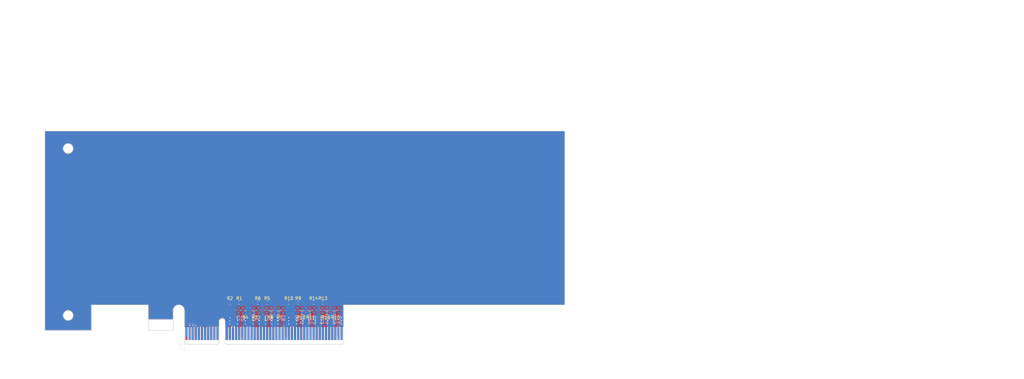
<source format=kicad_pcb>
(kicad_pcb (version 20171130) (host pcbnew 5.1.3-ffb9f22~84~ubuntu16.04.1)
  (title_block (title PCIexpress_x16_full) (company "Author: Luca Anastasio"))
  (layers (0 F.Cu power) (1 In1.Cu power) (2 In2.Cu power) (31 B.Cu power) (34 B.Paste user) (35 F.Paste user) (36 B.SilkS user) (37 F.SilkS user) (38 B.Mask user) (39 F.Mask user) (44 Edge.Cuts user))
  (net 0 "")
  (net 1 GND)
  (net 2 "Net-(J2-PadA33)")
  (net 3 "Net-(J2-PadA32)")
  (net 4 "Net-(J2-PadA19)")
  (net 5 +12V)
  (net 6 +3V3)
  (net 7 +3.3VA)
  (net 8 "Net-(J2-PadB12)")
  (net 9 "Net-(J2-PadB30)")
  (net 10 /PER0_P)
  (net 11 /PER0_N)
  (net 12 /PER1_P)
  (net 13 /PER1_N)
  (net 14 /PER2_P)
  (net 15 /PER2_N)
  (net 16 /PER3_P)
  (net 17 /PER3_N)
  (net 18 /PER4_P)
  (net 19 /PER4_N)
  (net 20 /PER5_P)
  (net 21 /PER5_N)
  (net 22 /PER6_P)
  (net 23 /PER6_N)
  (net 24 /PER7_P)
  (net 25 /PER7_N)
  (net 26 /~PRSNT2x8)
  (net 27 /PET7_N)
  (net 28 /PET7_P)
  (net 29 /PET6_N)
  (net 30 /PET6_P)
  (net 31 /PET5_N)
  (net 32 /PET5_P)
  (net 33 /PET4_N)
  (net 34 /PET4_P)
  (net 35 /~PRSNT2x4)
  (net 36 /PET3_N)
  (net 37 /PET3_P)
  (net 38 /PET2_N)
  (net 39 /PET2_P)
  (net 40 /PET1_N)
  (net 41 /PET1_P)
  (net 42 /SMCLK)
  (net 43 /SMDAT)
  (net 44 /~TRST)
  (net 45 /~WAKE)
  (net 46 /PET0_P)
  (net 47 /PET0_N)
  (net 48 /~PRSNT2x1)
  (net 49 /~PRSNT1)
  (net 50 /TCK)
  (net 51 /TDI)
  (net 52 /TDO)
  (net 53 /TMS)
  (net 54 /~PERST)
  (net 55 /REFCLK-)
  (net 56 /REFCLK+)
  (net 57 /PCIexpress_connector/_PER0_P)
  (net 58 /PCIexpress_connector/_PER0_N)
  (net 59 /PCIexpress_connector/_PER1_P)
  (net 60 /PCIexpress_connector/_PER1_N)
  (net 61 /PCIexpress_connector/_PER2_P)
  (net 62 /PCIexpress_connector/_PER2_N)
  (net 63 /PCIexpress_connector/_PER3_P)
  (net 64 /PCIexpress_connector/_PER3_N)
  (net 65 /PCIexpress_connector/_PER4_P)
  (net 66 /PCIexpress_connector/_PER4_N)
  (net 67 /PCIexpress_connector/_PER5_P)
  (net 68 /PCIexpress_connector/_PER5_N)
  (net 69 /PCIexpress_connector/_PER6_P)
  (net 70 /PCIexpress_connector/_PER6_N)
  (net 71 /PCIexpress_connector/_PER7_P)
  (net 72 /PCIexpress_connector/_PER7_N)
  (module PCIexpress:PCIexpress_x8 (layer F.Cu) (at 109.625 194.125)
    (fp_text reference J2 hide)
    (fp_text value PCIexpress_x8)
    (pad B49 connect rect (at 50.5 -3.5) (size 0.7 4.2) (layers F.Cu) (net 1 GND))
    (pad B48 connect rect (at 49.5 -4) (size 0.7 3.2) (layers F.Cu) (net 26 /~PRSNT2x8))
    (pad B47 connect rect (at 48.5 -3.5) (size 0.7 4.2) (layers F.Cu) (net 1 GND))
    (pad B46 connect rect (at 47.5 -3.5) (size 0.7 4.2) (layers F.Cu) (net 27 /PET7_N))
    (pad B45 connect rect (at 46.5 -3.5) (size 0.7 4.2) (layers F.Cu) (net 28 /PET7_P))
    (pad B44 connect rect (at 45.5 -3.5) (size 0.7 4.2) (layers F.Cu) (net 1 GND))
    (pad B43 connect rect (at 44.5 -3.5) (size 0.7 4.2) (layers F.Cu) (net 1 GND))
    (pad B42 connect rect (at 43.5 -3.5) (size 0.7 4.2) (layers F.Cu) (net 29 /PET6_N))
    (pad B41 connect rect (at 42.5 -3.5) (size 0.7 4.2) (layers F.Cu) (net 30 /PET6_P))
    (pad B40 connect rect (at 41.5 -3.5) (size 0.7 4.2) (layers F.Cu) (net 1 GND))
    (pad B39 connect rect (at 40.5 -3.5) (size 0.7 4.2) (layers F.Cu) (net 1 GND))
    (pad B38 connect rect (at 39.5 -3.5) (size 0.7 4.2) (layers F.Cu) (net 31 /PET5_N))
    (pad B37 connect rect (at 38.5 -3.5) (size 0.7 4.2) (layers F.Cu) (net 32 /PET5_P))
    (pad B36 connect rect (at 37.5 -3.5) (size 0.7 4.2) (layers F.Cu) (net 1 GND))
    (pad B35 connect rect (at 36.5 -3.5) (size 0.7 4.2) (layers F.Cu) (net 1 GND))
    (pad B34 connect rect (at 35.5 -3.5) (size 0.7 4.2) (layers F.Cu) (net 33 /PET4_N))
    (pad B33 connect rect (at 34.5 -3.5) (size 0.7 4.2) (layers F.Cu) (net 34 /PET4_P))
    (pad A49 connect rect (at 50.5 -3.5) (size 0.7 4.2) (layers B.Cu) (net 1 GND))
    (pad A48 connect rect (at 49.5 -3.5) (size 0.7 4.2) (layers B.Cu) (net 72 /PCIexpress_connector/_PER7_N))
    (pad A47 connect rect (at 48.5 -3.5) (size 0.7 4.2) (layers B.Cu) (net 71 /PCIexpress_connector/_PER7_P))
    (pad A46 connect rect (at 47.5 -3.5) (size 0.7 4.2) (layers B.Cu) (net 1 GND))
    (pad A45 connect rect (at 46.5 -3.5) (size 0.7 4.2) (layers B.Cu) (net 1 GND))
    (pad A44 connect rect (at 45.5 -3.5) (size 0.7 4.2) (layers B.Cu) (net 70 /PCIexpress_connector/_PER6_N))
    (pad A43 connect rect (at 44.5 -3.5) (size 0.7 4.2) (layers B.Cu) (net 69 /PCIexpress_connector/_PER6_P))
    (pad A42 connect rect (at 43.5 -3.5) (size 0.7 4.2) (layers B.Cu) (net 1 GND))
    (pad A41 connect rect (at 42.5 -3.5) (size 0.7 4.2) (layers B.Cu) (net 1 GND))
    (pad A40 connect rect (at 41.5 -3.5) (size 0.7 4.2) (layers B.Cu) (net 68 /PCIexpress_connector/_PER5_N))
    (pad A39 connect rect (at 40.5 -3.5) (size 0.7 4.2) (layers B.Cu) (net 67 /PCIexpress_connector/_PER5_P))
    (pad A38 connect rect (at 39.5 -3.5) (size 0.7 4.2) (layers B.Cu) (net 1 GND))
    (pad A37 connect rect (at 38.5 -3.5) (size 0.7 4.2) (layers B.Cu) (net 1 GND))
    (pad A36 connect rect (at 37.5 -3.5) (size 0.7 4.2) (layers B.Cu) (net 66 /PCIexpress_connector/_PER4_N))
    (pad A35 connect rect (at 36.5 -3.5) (size 0.7 4.2) (layers B.Cu) (net 65 /PCIexpress_connector/_PER4_P))
    (pad A34 connect rect (at 35.5 -3.5) (size 0.7 4.2) (layers B.Cu) (net 1 GND))
    (pad A33 connect rect (at 34.5 -3.5) (size 0.7 4.2) (layers B.Cu) (net 2 "Net-(J2-PadA33)"))
    (pad A32 connect rect (at 33.5 -3.5) (size 0.7 4.2) (layers B.Cu) (net 3 "Net-(J2-PadA32)"))
    (pad A31 connect rect (at 32.5 -3.5) (size 0.7 4.2) (layers B.Cu) (net 1 GND))
    (pad A30 connect rect (at 31.5 -3.5) (size 0.7 4.2) (layers B.Cu) (net 64 /PCIexpress_connector/_PER3_N))
    (pad A29 connect rect (at 30.5 -3.5) (size 0.7 4.2) (layers B.Cu) (net 63 /PCIexpress_connector/_PER3_P))
    (pad A28 connect rect (at 29.5 -3.5) (size 0.7 4.2) (layers B.Cu) (net 1 GND))
    (pad A27 connect rect (at 28.5 -3.5) (size 0.7 4.2) (layers B.Cu) (net 1 GND))
    (pad A26 connect rect (at 27.5 -3.5) (size 0.7 4.2) (layers B.Cu) (net 62 /PCIexpress_connector/_PER2_N))
    (pad A25 connect rect (at 26.5 -3.5) (size 0.7 4.2) (layers B.Cu) (net 61 /PCIexpress_connector/_PER2_P))
    (pad A24 connect rect (at 25.5 -3.5) (size 0.7 4.2) (layers B.Cu) (net 1 GND))
    (pad A23 connect rect (at 24.5 -3.5) (size 0.7 4.2) (layers B.Cu) (net 1 GND))
    (pad A22 connect rect (at 23.5 -3.5) (size 0.7 4.2) (layers B.Cu) (net 60 /PCIexpress_connector/_PER1_N))
    (pad A21 connect rect (at 22.5 -3.5) (size 0.7 4.2) (layers B.Cu) (net 59 /PCIexpress_connector/_PER1_P))
    (pad A20 connect rect (at 21.5 -3.5) (size 0.7 4.2) (layers B.Cu) (net 1 GND))
    (pad B32 connect rect (at 33.5 -3.5) (size 0.7 4.2) (layers F.Cu) (net 1 GND))
    (pad B31 connect rect (at 32.5 -4) (size 0.7 3.2) (layers F.Cu) (net 35 /~PRSNT2x4))
    (pad B30 connect rect (at 31.5 -3.5) (size 0.7 4.2) (layers F.Cu) (net 9 "Net-(J2-PadB30)"))
    (pad B29 connect rect (at 30.5 -3.5) (size 0.7 4.2) (layers F.Cu) (net 1 GND))
    (pad B28 connect rect (at 29.5 -3.5) (size 0.7 4.2) (layers F.Cu) (net 36 /PET3_N))
    (pad B27 connect rect (at 28.5 -3.5) (size 0.7 4.2) (layers F.Cu) (net 37 /PET3_P))
    (pad B26 connect rect (at 27.5 -3.5) (size 0.7 4.2) (layers F.Cu) (net 1 GND))
    (pad B25 connect rect (at 26.5 -3.5) (size 0.7 4.2) (layers F.Cu) (net 1 GND))
    (pad B24 connect rect (at 25.5 -3.5) (size 0.7 4.2) (layers F.Cu) (net 38 /PET2_N))
    (pad B23 connect rect (at 24.5 -3.5) (size 0.7 4.2) (layers F.Cu) (net 39 /PET2_P))
    (pad B22 connect rect (at 23.5 -3.5) (size 0.7 4.2) (layers F.Cu) (net 1 GND))
    (pad B21 connect rect (at 22.5 -3.5) (size 0.7 4.2) (layers F.Cu) (net 1 GND))
    (pad B20 connect rect (at 21.5 -3.5) (size 0.7 4.2) (layers F.Cu) (net 40 /PET1_N))
    (pad A19 connect rect (at 20.5 -3.5) (size 0.7 4.2) (layers B.Cu) (net 4 "Net-(J2-PadA19)"))
    (pad B19 connect rect (at 20.5 -3.5) (size 0.7 4.2) (layers F.Cu) (net 41 /PET1_P))
    (pad B1 connect rect (at 0.5 -3.5) (size 0.7 4.2) (layers F.Cu) (net 5 +12V))
    (pad B2 connect rect (at 1.5 -3.5) (size 0.7 4.2) (layers F.Cu) (net 5 +12V))
    (pad B3 connect rect (at 2.5 -3.5) (size 0.7 4.2) (layers F.Cu) (net 5 +12V))
    (pad B4 connect rect (at 3.5 -3.5) (size 0.7 4.2) (layers F.Cu) (net 1 GND))
    (pad B5 connect rect (at 4.5 -3.5) (size 0.7 4.2) (layers F.Cu) (net 42 /SMCLK))
    (pad B6 connect rect (at 5.5 -3.5) (size 0.7 4.2) (layers F.Cu) (net 43 /SMDAT))
    (pad B7 connect rect (at 6.5 -3.5) (size 0.7 4.2) (layers F.Cu) (net 1 GND))
    (pad B8 connect rect (at 7.5 -3.5) (size 0.7 4.2) (layers F.Cu) (net 6 +3V3))
    (pad B9 connect rect (at 8.5 -3.5) (size 0.7 4.2) (layers F.Cu) (net 44 /~TRST))
    (pad B10 connect rect (at 9.5 -3.5) (size 0.7 4.2) (layers F.Cu) (net 7 +3.3VA))
    (pad B11 connect rect (at 10.5 -3.5) (size 0.7 4.2) (layers F.Cu) (net 45 /~WAKE))
    (pad B14 connect rect (at 15.5 -3.5) (size 0.7 4.2) (layers F.Cu) (net 46 /PET0_P))
    (pad B15 connect rect (at 16.5 -3.5) (size 0.7 4.2) (layers F.Cu) (net 47 /PET0_N))
    (pad B16 connect rect (at 17.5 -3.5) (size 0.7 4.2) (layers F.Cu) (net 1 GND))
    (pad B17 connect rect (at 18.5 -4) (size 0.7 3.2) (layers F.Cu) (net 48 /~PRSNT2x1))
    (pad B18 connect rect (at 19.5 -3.5) (size 0.7 4.2) (layers F.Cu) (net 1 GND))
    (pad B12 connect rect (at 13.5 -3.5) (size 0.7 4.2) (layers F.Cu) (net 8 "Net-(J2-PadB12)"))
    (pad B13 connect rect (at 14.5 -3.5) (size 0.7 4.2) (layers F.Cu) (net 1 GND))
    (pad A1 connect rect (at 0.5 -4) (size 0.7 3.2) (layers B.Cu) (net 49 /~PRSNT1))
    (pad A2 connect rect (at 1.5 -3.5) (size 0.7 4.2) (layers B.Cu) (net 5 +12V))
    (pad A3 connect rect (at 2.5 -3.5) (size 0.7 4.2) (layers B.Cu) (net 5 +12V))
    (pad A4 connect rect (at 3.5 -3.5) (size 0.7 4.2) (layers B.Cu) (net 1 GND))
    (pad A5 connect rect (at 4.5 -3.5) (size 0.7 4.2) (layers B.Cu) (net 50 /TCK))
    (pad A6 connect rect (at 5.5 -3.5) (size 0.7 4.2) (layers B.Cu) (net 51 /TDI))
    (pad A7 connect rect (at 6.5 -3.5) (size 0.7 4.2) (layers B.Cu) (net 52 /TDO))
    (pad A8 connect rect (at 7.5 -3.5) (size 0.7 4.2) (layers B.Cu) (net 53 /TMS))
    (pad A9 connect rect (at 8.5 -3.5) (size 0.7 4.2) (layers B.Cu) (net 6 +3V3))
    (pad A10 connect rect (at 9.5 -3.5) (size 0.7 4.2) (layers B.Cu) (net 6 +3V3))
    (pad A11 connect rect (at 10.5 -3.5) (size 0.7 4.2) (layers B.Cu) (net 54 /~PERST))
    (pad A14 connect rect (at 15.5 -3.5) (size 0.7 4.2) (layers B.Cu) (net 55 /REFCLK-))
    (pad A15 connect rect (at 16.5 -3.5) (size 0.7 4.2) (layers B.Cu) (net 1 GND))
    (pad A16 connect rect (at 17.5 -3.5) (size 0.7 4.2) (layers B.Cu) (net 57 /PCIexpress_connector/_PER0_P))
    (pad A17 connect rect (at 18.5 -3.5) (size 0.7 4.2) (layers B.Cu) (net 58 /PCIexpress_connector/_PER0_N))
    (pad A18 connect rect (at 19.5 -3.5) (size 0.7 4.2) (layers B.Cu) (net 1 GND))
    (pad A12 connect rect (at 13.5 -3.5) (size 0.7 4.2) (layers B.Cu) (net 1 GND))
    (pad A13 connect rect (at 14.5 -3.5) (size 0.7 4.2) (layers B.Cu) (net 56 /REFCLK+))
  )
  (module PCIexpress:PCIexpress_bracket_low (layer F.Cu) (at 109.625 194.125)
    (fp_text reference J1 hide)
    (fp_text value PCIexpress_bracket)
  )
  (module Resistor_SMD:R_0603_1608Metric (layer F.Cu) (at 155.125 183.875 180)
    (fp_text reference R16 (at 0 -1.5) (layer F.SilkS))
    (fp_text value 49.9)
    (fp_line (start -0.162779 0.51) (end 0.162779 0.51) (layer F.SilkS) (width 0.12))
    (fp_line (start -0.162779 -0.51) (end 0.162779 -0.51) (layer F.SilkS) (width 0.12))
    (pad 2 smd roundrect (at 0.7875 0 180) (size 0.875 0.95) (layers F.Cu F.Paste F.Mask) (net 1 GND))
    (pad 1 smd roundrect (at -0.7875 0 180) (size 0.875 0.95) (layers F.Cu F.Paste F.Mask) (net 28 /PET7_P))
  )
  (module Resistor_SMD:R_0603_1608Metric (layer F.Cu) (at 158.125 183.875)
    (fp_text reference R15 (at 0 1.5) (layer F.SilkS))
    (fp_text value 49.9)
    (fp_line (start -0.162779 0.51) (end 0.162779 0.51) (layer F.SilkS) (width 0.12))
    (fp_line (start -0.162779 -0.51) (end 0.162779 -0.51) (layer F.SilkS) (width 0.12))
    (pad 2 smd roundrect (at 0.7875 0) (size 0.875 0.95) (layers F.Cu F.Paste F.Mask) (net 1 GND))
    (pad 1 smd roundrect (at -0.7875 0) (size 0.875 0.95) (layers F.Cu F.Paste F.Mask) (net 27 /PET7_N))
  )
  (module Resistor_SMD:R_0603_1608Metric (layer F.Cu) (at 151.125 180.625 180)
    (fp_text reference R14 (at 0 1.375) (layer F.SilkS))
    (fp_text value 49.9)
    (fp_line (start -0.162779 0.51) (end 0.162779 0.51) (layer F.SilkS) (width 0.12))
    (fp_line (start -0.162779 -0.51) (end 0.162779 -0.51) (layer F.SilkS) (width 0.12))
    (pad 2 smd roundrect (at 0.7875 0 180) (size 0.875 0.95) (layers F.Cu F.Paste F.Mask) (net 1 GND))
    (pad 1 smd roundrect (at -0.7875 0 180) (size 0.875 0.95) (layers F.Cu F.Paste F.Mask) (net 30 /PET6_P))
  )
  (module Resistor_SMD:R_0603_1608Metric (layer F.Cu) (at 154.125 180.625)
    (fp_text reference R13 (at 0 -1.375) (layer F.SilkS))
    (fp_text value 49.9)
    (fp_line (start -0.162779 0.51) (end 0.162779 0.51) (layer F.SilkS) (width 0.12))
    (fp_line (start -0.162779 -0.51) (end 0.162779 -0.51) (layer F.SilkS) (width 0.12))
    (pad 2 smd roundrect (at 0.7875 0) (size 0.875 0.95) (layers F.Cu F.Paste F.Mask) (net 1 GND))
    (pad 1 smd roundrect (at -0.7875 0) (size 0.875 0.95) (layers F.Cu F.Paste F.Mask) (net 29 /PET6_N))
  )
  (module Resistor_SMD:R_0603_1608Metric (layer F.Cu) (at 147.125 183.875 180)
    (fp_text reference R12 (at 0 -1.5) (layer F.SilkS))
    (fp_text value 49.9)
    (fp_line (start -0.162779 0.51) (end 0.162779 0.51) (layer F.SilkS) (width 0.12))
    (fp_line (start -0.162779 -0.51) (end 0.162779 -0.51) (layer F.SilkS) (width 0.12))
    (pad 2 smd roundrect (at 0.7875 0 180) (size 0.875 0.95) (layers F.Cu F.Paste F.Mask) (net 1 GND))
    (pad 1 smd roundrect (at -0.7875 0 180) (size 0.875 0.95) (layers F.Cu F.Paste F.Mask) (net 32 /PET5_P))
  )
  (module Resistor_SMD:R_0603_1608Metric (layer F.Cu) (at 150.125 183.875)
    (fp_text reference R11 (at 0 1.5) (layer F.SilkS))
    (fp_text value 49.9)
    (fp_line (start -0.162779 0.51) (end 0.162779 0.51) (layer F.SilkS) (width 0.12))
    (fp_line (start -0.162779 -0.51) (end 0.162779 -0.51) (layer F.SilkS) (width 0.12))
    (pad 2 smd roundrect (at 0.7875 0) (size 0.875 0.95) (layers F.Cu F.Paste F.Mask) (net 1 GND))
    (pad 1 smd roundrect (at -0.7875 0) (size 0.875 0.95) (layers F.Cu F.Paste F.Mask) (net 31 /PET5_N))
  )
  (module Resistor_SMD:R_0603_1608Metric (layer F.Cu) (at 143.125 180.625 180)
    (fp_text reference R10 (at 0 1.375) (layer F.SilkS))
    (fp_text value 49.9)
    (fp_line (start -0.162779 0.51) (end 0.162779 0.51) (layer F.SilkS) (width 0.12))
    (fp_line (start -0.162779 -0.51) (end 0.162779 -0.51) (layer F.SilkS) (width 0.12))
    (pad 2 smd roundrect (at 0.7875 0 180) (size 0.875 0.95) (layers F.Cu F.Paste F.Mask) (net 1 GND))
    (pad 1 smd roundrect (at -0.7875 0 180) (size 0.875 0.95) (layers F.Cu F.Paste F.Mask) (net 34 /PET4_P))
  )
  (module Resistor_SMD:R_0603_1608Metric (layer F.Cu) (at 146.125 180.625)
    (fp_text reference R9 (at 0 -1.375) (layer F.SilkS))
    (fp_text value 49.9)
    (fp_line (start -0.162779 0.51) (end 0.162779 0.51) (layer F.SilkS) (width 0.12))
    (fp_line (start -0.162779 -0.51) (end 0.162779 -0.51) (layer F.SilkS) (width 0.12))
    (pad 2 smd roundrect (at 0.7875 0) (size 0.875 0.95) (layers F.Cu F.Paste F.Mask) (net 1 GND))
    (pad 1 smd roundrect (at -0.7875 0) (size 0.875 0.95) (layers F.Cu F.Paste F.Mask) (net 33 /PET4_N))
  )
  (module Resistor_SMD:R_0603_1608Metric (layer F.Cu) (at 137.125 183.875 180)
    (fp_text reference R8 (at 0 -1.5) (layer F.SilkS))
    (fp_text value 49.9)
    (fp_line (start -0.162779 0.51) (end 0.162779 0.51) (layer F.SilkS) (width 0.12))
    (fp_line (start -0.162779 -0.51) (end 0.162779 -0.51) (layer F.SilkS) (width 0.12))
    (pad 2 smd roundrect (at 0.7875 0 180) (size 0.875 0.95) (layers F.Cu F.Paste F.Mask) (net 1 GND))
    (pad 1 smd roundrect (at -0.7875 0 180) (size 0.875 0.95) (layers F.Cu F.Paste F.Mask) (net 37 /PET3_P))
  )
  (module Resistor_SMD:R_0603_1608Metric (layer F.Cu) (at 140.125 183.875)
    (fp_text reference R7 (at 0 1.5) (layer F.SilkS))
    (fp_text value 49.9)
    (fp_line (start -0.162779 0.51) (end 0.162779 0.51) (layer F.SilkS) (width 0.12))
    (fp_line (start -0.162779 -0.51) (end 0.162779 -0.51) (layer F.SilkS) (width 0.12))
    (pad 2 smd roundrect (at 0.7875 0) (size 0.875 0.95) (layers F.Cu F.Paste F.Mask) (net 1 GND))
    (pad 1 smd roundrect (at -0.7875 0) (size 0.875 0.95) (layers F.Cu F.Paste F.Mask) (net 36 /PET3_N))
  )
  (module Resistor_SMD:R_0603_1608Metric (layer F.Cu) (at 133.125 180.625 180)
    (fp_text reference R6 (at 0 1.375) (layer F.SilkS))
    (fp_text value 49.9)
    (fp_line (start -0.162779 0.51) (end 0.162779 0.51) (layer F.SilkS) (width 0.12))
    (fp_line (start -0.162779 -0.51) (end 0.162779 -0.51) (layer F.SilkS) (width 0.12))
    (pad 2 smd roundrect (at 0.7875 0 180) (size 0.875 0.95) (layers F.Cu F.Paste F.Mask) (net 1 GND))
    (pad 1 smd roundrect (at -0.7875 0 180) (size 0.875 0.95) (layers F.Cu F.Paste F.Mask) (net 39 /PET2_P))
  )
  (module Resistor_SMD:R_0603_1608Metric (layer F.Cu) (at 136.125 180.625)
    (fp_text reference R5 (at 0 -1.375) (layer F.SilkS))
    (fp_text value 49.9)
    (fp_line (start -0.162779 0.51) (end 0.162779 0.51) (layer F.SilkS) (width 0.12))
    (fp_line (start -0.162779 -0.51) (end 0.162779 -0.51) (layer F.SilkS) (width 0.12))
    (pad 2 smd roundrect (at 0.7875 0) (size 0.875 0.95) (layers F.Cu F.Paste F.Mask) (net 1 GND))
    (pad 1 smd roundrect (at -0.7875 0) (size 0.875 0.95) (layers F.Cu F.Paste F.Mask) (net 38 /PET2_N))
  )
  (module Resistor_SMD:R_0603_1608Metric (layer F.Cu) (at 129.125 183.875 180)
    (fp_text reference R4 (at 0 -1.5) (layer F.SilkS))
    (fp_text value 49.9)
    (fp_line (start -0.162779 0.51) (end 0.162779 0.51) (layer F.SilkS) (width 0.12))
    (fp_line (start -0.162779 -0.51) (end 0.162779 -0.51) (layer F.SilkS) (width 0.12))
    (pad 2 smd roundrect (at 0.7875 0 180) (size 0.875 0.95) (layers F.Cu F.Paste F.Mask) (net 1 GND))
    (pad 1 smd roundrect (at -0.7875 0 180) (size 0.875 0.95) (layers F.Cu F.Paste F.Mask) (net 41 /PET1_P))
  )
  (module Resistor_SMD:R_0603_1608Metric (layer F.Cu) (at 132.125 183.875)
    (fp_text reference R3 (at 0 1.5) (layer F.SilkS))
    (fp_text value 49.9)
    (fp_line (start -0.162779 0.51) (end 0.162779 0.51) (layer F.SilkS) (width 0.12))
    (fp_line (start -0.162779 -0.51) (end 0.162779 -0.51) (layer F.SilkS) (width 0.12))
    (pad 2 smd roundrect (at 0.7875 0) (size 0.875 0.95) (layers F.Cu F.Paste F.Mask) (net 1 GND))
    (pad 1 smd roundrect (at -0.7875 0) (size 0.875 0.95) (layers F.Cu F.Paste F.Mask) (net 40 /PET1_N))
  )
  (module Capacitor_SMD:C_0603_1608Metric (layer B.Cu) (at 159.375 183.125 90)
    (fp_text reference C16 (at -3 0 90) (layer B.SilkS) (effects (justify mirror)))
    (fp_text value 100n)
    (fp_line (start -0.162779 -0.51) (end 0.162779 -0.51) (layer B.SilkS) (width 0.12))
    (fp_line (start -0.162779 0.51) (end 0.162779 0.51) (layer B.SilkS) (width 0.12))
    (pad 2 smd roundrect (at 0.7875 0 90) (size 0.875 0.95) (layers B.Cu B.Paste B.Mask) (net 25 /PER7_N))
    (pad 1 smd roundrect (at -0.7875 0 90) (size 0.875 0.95) (layers B.Cu B.Paste B.Mask) (net 72 /PCIexpress_connector/_PER7_N))
  )
  (module Capacitor_SMD:C_0603_1608Metric (layer B.Cu) (at 157.875 183.125 270)
    (fp_text reference C15 (at 3 0 90) (layer B.SilkS) (effects (justify mirror)))
    (fp_text value 100n)
    (fp_line (start -0.162779 -0.51) (end 0.162779 -0.51) (layer B.SilkS) (width 0.12))
    (fp_line (start -0.162779 0.51) (end 0.162779 0.51) (layer B.SilkS) (width 0.12))
    (pad 2 smd roundrect (at 0.7875 0 270) (size 0.875 0.95) (layers B.Cu B.Paste B.Mask) (net 71 /PCIexpress_connector/_PER7_P))
    (pad 1 smd roundrect (at -0.7875 0 270) (size 0.875 0.95) (layers B.Cu B.Paste B.Mask) (net 24 /PER7_P))
  )
  (module Capacitor_SMD:C_0603_1608Metric (layer B.Cu) (at 155.375 183.125 90)
    (fp_text reference C14 (at -3 0 90) (layer B.SilkS) (effects (justify mirror)))
    (fp_text value 100n)
    (fp_line (start -0.162779 -0.51) (end 0.162779 -0.51) (layer B.SilkS) (width 0.12))
    (fp_line (start -0.162779 0.51) (end 0.162779 0.51) (layer B.SilkS) (width 0.12))
    (pad 2 smd roundrect (at 0.7875 0 90) (size 0.875 0.95) (layers B.Cu B.Paste B.Mask) (net 23 /PER6_N))
    (pad 1 smd roundrect (at -0.7875 0 90) (size 0.875 0.95) (layers B.Cu B.Paste B.Mask) (net 70 /PCIexpress_connector/_PER6_N))
  )
  (module Capacitor_SMD:C_0603_1608Metric (layer B.Cu) (at 153.875 183.125 270)
    (fp_text reference C13 (at 3 0 90) (layer B.SilkS) (effects (justify mirror)))
    (fp_text value 100n)
    (fp_line (start -0.162779 -0.51) (end 0.162779 -0.51) (layer B.SilkS) (width 0.12))
    (fp_line (start -0.162779 0.51) (end 0.162779 0.51) (layer B.SilkS) (width 0.12))
    (pad 2 smd roundrect (at 0.7875 0 270) (size 0.875 0.95) (layers B.Cu B.Paste B.Mask) (net 69 /PCIexpress_connector/_PER6_P))
    (pad 1 smd roundrect (at -0.7875 0 270) (size 0.875 0.95) (layers B.Cu B.Paste B.Mask) (net 22 /PER6_P))
  )
  (module Capacitor_SMD:C_0603_1608Metric (layer B.Cu) (at 151.375 183.125 90)
    (fp_text reference C12 (at -3 0 90) (layer B.SilkS) (effects (justify mirror)))
    (fp_text value 100n)
    (fp_line (start -0.162779 -0.51) (end 0.162779 -0.51) (layer B.SilkS) (width 0.12))
    (fp_line (start -0.162779 0.51) (end 0.162779 0.51) (layer B.SilkS) (width 0.12))
    (pad 2 smd roundrect (at 0.7875 0 90) (size 0.875 0.95) (layers B.Cu B.Paste B.Mask) (net 21 /PER5_N))
    (pad 1 smd roundrect (at -0.7875 0 90) (size 0.875 0.95) (layers B.Cu B.Paste B.Mask) (net 68 /PCIexpress_connector/_PER5_N))
  )
  (module Capacitor_SMD:C_0603_1608Metric (layer B.Cu) (at 149.875 183.125 270)
    (fp_text reference C11 (at 3 0 90) (layer B.SilkS) (effects (justify mirror)))
    (fp_text value 100n)
    (fp_line (start -0.162779 -0.51) (end 0.162779 -0.51) (layer B.SilkS) (width 0.12))
    (fp_line (start -0.162779 0.51) (end 0.162779 0.51) (layer B.SilkS) (width 0.12))
    (pad 2 smd roundrect (at 0.7875 0 270) (size 0.875 0.95) (layers B.Cu B.Paste B.Mask) (net 67 /PCIexpress_connector/_PER5_P))
    (pad 1 smd roundrect (at -0.7875 0 270) (size 0.875 0.95) (layers B.Cu B.Paste B.Mask) (net 20 /PER5_P))
  )
  (module Capacitor_SMD:C_0603_1608Metric (layer B.Cu) (at 147.375 183.125 90)
    (fp_text reference C10 (at -3 0 90) (layer B.SilkS) (effects (justify mirror)))
    (fp_text value 100n)
    (fp_line (start -0.162779 -0.51) (end 0.162779 -0.51) (layer B.SilkS) (width 0.12))
    (fp_line (start -0.162779 0.51) (end 0.162779 0.51) (layer B.SilkS) (width 0.12))
    (pad 2 smd roundrect (at 0.7875 0 90) (size 0.875 0.95) (layers B.Cu B.Paste B.Mask) (net 19 /PER4_N))
    (pad 1 smd roundrect (at -0.7875 0 90) (size 0.875 0.95) (layers B.Cu B.Paste B.Mask) (net 66 /PCIexpress_connector/_PER4_N))
  )
  (module Capacitor_SMD:C_0603_1608Metric (layer B.Cu) (at 145.875 183.125 270)
    (fp_text reference C9 (at 2.5 0 90) (layer B.SilkS) (effects (justify mirror)))
    (fp_text value 100n)
    (fp_line (start -0.162779 -0.51) (end 0.162779 -0.51) (layer B.SilkS) (width 0.12))
    (fp_line (start -0.162779 0.51) (end 0.162779 0.51) (layer B.SilkS) (width 0.12))
    (pad 2 smd roundrect (at 0.7875 0 270) (size 0.875 0.95) (layers B.Cu B.Paste B.Mask) (net 65 /PCIexpress_connector/_PER4_P))
    (pad 1 smd roundrect (at -0.7875 0 270) (size 0.875 0.95) (layers B.Cu B.Paste B.Mask) (net 18 /PER4_P))
  )
  (module Capacitor_SMD:C_0603_1608Metric (layer B.Cu) (at 141.375 183.125 90)
    (fp_text reference C8 (at -2.5 0 90) (layer B.SilkS) (effects (justify mirror)))
    (fp_text value 100n)
    (fp_line (start -0.162779 -0.51) (end 0.162779 -0.51) (layer B.SilkS) (width 0.12))
    (fp_line (start -0.162779 0.51) (end 0.162779 0.51) (layer B.SilkS) (width 0.12))
    (pad 2 smd roundrect (at 0.7875 0 90) (size 0.875 0.95) (layers B.Cu B.Paste B.Mask) (net 17 /PER3_N))
    (pad 1 smd roundrect (at -0.7875 0 90) (size 0.875 0.95) (layers B.Cu B.Paste B.Mask) (net 64 /PCIexpress_connector/_PER3_N))
  )
  (module Capacitor_SMD:C_0603_1608Metric (layer B.Cu) (at 139.875 183.125 270)
    (fp_text reference C7 (at 2.5 0 90) (layer B.SilkS) (effects (justify mirror)))
    (fp_text value 100n)
    (fp_line (start -0.162779 -0.51) (end 0.162779 -0.51) (layer B.SilkS) (width 0.12))
    (fp_line (start -0.162779 0.51) (end 0.162779 0.51) (layer B.SilkS) (width 0.12))
    (pad 2 smd roundrect (at 0.7875 0 270) (size 0.875 0.95) (layers B.Cu B.Paste B.Mask) (net 63 /PCIexpress_connector/_PER3_P))
    (pad 1 smd roundrect (at -0.7875 0 270) (size 0.875 0.95) (layers B.Cu B.Paste B.Mask) (net 16 /PER3_P))
  )
  (module Capacitor_SMD:C_0603_1608Metric (layer B.Cu) (at 137.375 183.125 90)
    (fp_text reference C6 (at -2.5 0 90) (layer B.SilkS) (effects (justify mirror)))
    (fp_text value 100n)
    (fp_line (start -0.162779 -0.51) (end 0.162779 -0.51) (layer B.SilkS) (width 0.12))
    (fp_line (start -0.162779 0.51) (end 0.162779 0.51) (layer B.SilkS) (width 0.12))
    (pad 2 smd roundrect (at 0.7875 0 90) (size 0.875 0.95) (layers B.Cu B.Paste B.Mask) (net 15 /PER2_N))
    (pad 1 smd roundrect (at -0.7875 0 90) (size 0.875 0.95) (layers B.Cu B.Paste B.Mask) (net 62 /PCIexpress_connector/_PER2_N))
  )
  (module Capacitor_SMD:C_0603_1608Metric (layer B.Cu) (at 135.875 183.125 270)
    (fp_text reference C5 (at 2.5 0 90) (layer B.SilkS) (effects (justify mirror)))
    (fp_text value 100n)
    (fp_line (start -0.162779 -0.51) (end 0.162779 -0.51) (layer B.SilkS) (width 0.12))
    (fp_line (start -0.162779 0.51) (end 0.162779 0.51) (layer B.SilkS) (width 0.12))
    (pad 2 smd roundrect (at 0.7875 0 270) (size 0.875 0.95) (layers B.Cu B.Paste B.Mask) (net 61 /PCIexpress_connector/_PER2_P))
    (pad 1 smd roundrect (at -0.7875 0 270) (size 0.875 0.95) (layers B.Cu B.Paste B.Mask) (net 14 /PER2_P))
  )
  (module Capacitor_SMD:C_0603_1608Metric (layer B.Cu) (at 133.375 183.125 90)
    (fp_text reference C4 (at -2.5 0 90) (layer B.SilkS) (effects (justify mirror)))
    (fp_text value 100n)
    (fp_line (start -0.162779 -0.51) (end 0.162779 -0.51) (layer B.SilkS) (width 0.12))
    (fp_line (start -0.162779 0.51) (end 0.162779 0.51) (layer B.SilkS) (width 0.12))
    (pad 2 smd roundrect (at 0.7875 0 90) (size 0.875 0.95) (layers B.Cu B.Paste B.Mask) (net 13 /PER1_N))
    (pad 1 smd roundrect (at -0.7875 0 90) (size 0.875 0.95) (layers B.Cu B.Paste B.Mask) (net 60 /PCIexpress_connector/_PER1_N))
  )
  (module Capacitor_SMD:C_0603_1608Metric (layer B.Cu) (at 131.875 183.125 270)
    (fp_text reference C3 (at 2.5 0 90) (layer B.SilkS) (effects (justify mirror)))
    (fp_text value 100n)
    (fp_line (start -0.162779 -0.51) (end 0.162779 -0.51) (layer B.SilkS) (width 0.12))
    (fp_line (start -0.162779 0.51) (end 0.162779 0.51) (layer B.SilkS) (width 0.12))
    (pad 2 smd roundrect (at 0.7875 0 270) (size 0.875 0.95) (layers B.Cu B.Paste B.Mask) (net 59 /PCIexpress_connector/_PER1_P))
    (pad 1 smd roundrect (at -0.7875 0 270) (size 0.875 0.95) (layers B.Cu B.Paste B.Mask) (net 12 /PER1_P))
  )
  (module Capacitor_SMD:C_0603_1608Metric (layer B.Cu) (at 128.375 183.125 90)
    (fp_text reference C2 (at -2.5 0 90) (layer B.SilkS) (effects (justify mirror)))
    (fp_text value 100n)
    (fp_line (start -0.162779 -0.51) (end 0.162779 -0.51) (layer B.SilkS) (width 0.12))
    (fp_line (start -0.162779 0.51) (end 0.162779 0.51) (layer B.SilkS) (width 0.12))
    (pad 2 smd roundrect (at 0.7875 0 90) (size 0.875 0.95) (layers B.Cu B.Paste B.Mask) (net 11 /PER0_N))
    (pad 1 smd roundrect (at -0.7875 0 90) (size 0.875 0.95) (layers B.Cu B.Paste B.Mask) (net 58 /PCIexpress_connector/_PER0_N))
  )
  (module Capacitor_SMD:C_0603_1608Metric (layer B.Cu) (at 126.875 183.125 270)
    (fp_text reference C1 (at 2.5 0 90) (layer B.SilkS) (effects (justify mirror)))
    (fp_text value 100n)
    (fp_line (start -0.162779 -0.51) (end 0.162779 -0.51) (layer B.SilkS) (width 0.12))
    (fp_line (start -0.162779 0.51) (end 0.162779 0.51) (layer B.SilkS) (width 0.12))
    (pad 2 smd roundrect (at 0.7875 0 270) (size 0.875 0.95) (layers B.Cu B.Paste B.Mask) (net 57 /PCIexpress_connector/_PER0_P))
    (pad 1 smd roundrect (at -0.7875 0 270) (size 0.875 0.95) (layers B.Cu B.Paste B.Mask) (net 10 /PER0_P))
  )
  (module Resistor_SMD:R_0603_1608Metric (layer F.Cu) (at 124.125 180.625 180)
    (fp_text reference R2 (at 0 1.375) (layer F.SilkS))
    (fp_text value 49.9)
    (fp_line (start -0.162779 0.51) (end 0.162779 0.51) (layer F.SilkS) (width 0.12))
    (fp_line (start -0.162779 -0.51) (end 0.162779 -0.51) (layer F.SilkS) (width 0.12))
    (pad 2 smd roundrect (at 0.7875 0 180) (size 0.875 0.95) (layers F.Cu F.Paste F.Mask) (net 1 GND))
    (pad 1 smd roundrect (at -0.7875 0 180) (size 0.875 0.95) (layers F.Cu F.Paste F.Mask) (net 46 /PET0_P))
  )
  (module Resistor_SMD:R_0603_1608Metric (layer F.Cu) (at 127.125 180.625)
    (fp_text reference R1 (at 0 -1.375) (layer F.SilkS))
    (fp_text value 49.9)
    (fp_line (start -0.162779 0.51) (end 0.162779 0.51) (layer F.SilkS) (width 0.12))
    (fp_line (start -0.162779 -0.51) (end 0.162779 -0.51) (layer F.SilkS) (width 0.12))
    (pad 2 smd roundrect (at 0.7875 0) (size 0.875 0.95) (layers F.Cu F.Paste F.Mask) (net 1 GND))
    (pad 1 smd roundrect (at -0.7875 0) (size 0.875 0.95) (layers F.Cu F.Paste F.Mask) (net 47 /PET0_N))
  )
  (gr_line (start 160.275 194.125) (end 123.075 194.125) (layer Edge.Cuts) (width 0.15))
  (gr_line (start 160.775 193.625) (end 160.275 194.125) (layer Edge.Cuts) (width 0.15))
  (gr_line (start 160.775 181.375) (end 160.775 193.625) (layer Edge.Cuts) (width 0.15))
  (gr_line (start 232.125 181.375) (end 160.775 181.375) (layer Edge.Cuts) (width 0.15))
  (gr_line (start 64.475 125.225) (end 64.475 189.625) (layer Edge.Cuts) (width 0.15))
  (gr_line (start 232.125 125.225) (end 64.475 125.225) (layer Edge.Cuts) (width 0.15))
  (gr_line (start 232.125 181.375) (end 232.125 125.225) (layer Edge.Cuts) (width 0.15))
  (target plus (at 109.625 194.125) (size 5) (width 0.05) (layer Edge.Cuts))
  (gr_circle (center 71.975 130.875) (end 73.575 130.875) (layer Edge.Cuts) (width 0.15))
  (gr_circle (center 71.975 184.775) (end 73.575 184.775) (layer Edge.Cuts) (width 0.15))
  (gr_arc (start 107.65 183.2) (end 109.475 183.2) (angle -180) (layer Edge.Cuts) (width 0.15))
  (gr_arc (start 121.625 186.675) (end 122.575 186.675) (angle -180) (layer Edge.Cuts) (width 0.15))
  (gr_line (start 109.475 183.2) (end 109.475 193.625) (layer Edge.Cuts) (width 0.15))
  (gr_line (start 105.825 189.625) (end 105.825 183.2) (layer Edge.Cuts) (width 0.15))
  (gr_line (start 97.825 189.625) (end 105.825 189.625) (layer Edge.Cuts) (width 0.15))
  (gr_line (start 97.825 181.375) (end 97.825 189.625) (layer Edge.Cuts) (width 0.15))
  (gr_line (start 79.475 181.375) (end 97.825 181.375) (layer Edge.Cuts) (width 0.15))
  (gr_line (start 79.475 189.625) (end 79.475 181.375) (layer Edge.Cuts) (width 0.15))
  (gr_line (start 64.475 189.625) (end 79.475 189.625) (layer Edge.Cuts) (width 0.15))
  (gr_line (start 122.575 193.625) (end 123.075 194.125) (layer Edge.Cuts) (width 0.15))
  (gr_line (start 122.575 186.675) (end 122.575 193.625) (layer Edge.Cuts) (width 0.15))
  (gr_line (start 120.675 193.625) (end 120.675 186.675) (layer Edge.Cuts) (width 0.15))
  (gr_line (start 120.175 194.125) (end 120.675 193.625) (layer Edge.Cuts) (width 0.15))
  (gr_line (start 109.975 194.125) (end 120.175 194.125) (layer Edge.Cuts) (width 0.15))
  (gr_line (start 109.475 193.625) (end 109.975 194.125) (layer Edge.Cuts) (width 0.15))
  (via (at 124.125 185.5) (size 0.55) (drill 0.3) (layers F.Cu B.Cu) (net 1))
  (via (at 143.125 185.5) (size 0.55) (drill 0.3) (layers F.Cu B.Cu) (net 1))
  (via (at 157.625 185.5) (size 0.55) (drill 0.3) (layers F.Cu B.Cu) (net 1))
  (via (at 135.625 185.5) (size 0.55) (drill 0.3) (layers F.Cu B.Cu) (net 1))
  (via (at 139.625 185.5) (size 0.55) (drill 0.3) (layers F.Cu B.Cu) (net 1))
  (via (at 133.625 185.5) (size 0.55) (drill 0.3) (layers F.Cu B.Cu) (net 1))
  (via (at 129.125 185.5) (size 0.55) (drill 0.3) (layers F.Cu B.Cu) (net 1))
  (via (at 155.625 185.5) (size 0.55) (drill 0.3) (layers F.Cu B.Cu) (net 1))
  (via (at 149.625 185.5) (size 0.55) (drill 0.3) (layers F.Cu B.Cu) (net 1))
  (via (at 147.625 185.5) (size 0.55) (drill 0.3) (layers F.Cu B.Cu) (net 1))
  (via (at 145.625 185.5) (size 0.55) (drill 0.3) (layers F.Cu B.Cu) (net 1))
  (via (at 160.125 185.5) (size 0.55) (drill 0.3) (layers F.Cu B.Cu) (net 1))
  (via (at 151.625 185.5) (size 0.55) (drill 0.3) (layers F.Cu B.Cu) (net 1))
  (via (at 153.625 185.5) (size 0.55) (drill 0.3) (layers F.Cu B.Cu) (net 1))
  (via (at 126.625 185.5) (size 0.55) (drill 0.3) (layers F.Cu B.Cu) (net 1))
  (via (at 131.625 185.5) (size 0.55) (drill 0.3) (layers F.Cu B.Cu) (net 1))
  (via (at 137.625 185.5) (size 0.55) (drill 0.3) (layers F.Cu B.Cu) (net 1))
  (via (at 124.125 186.5) (size 0.55) (drill 0.3) (layers F.Cu B.Cu) (net 1))
  (via (at 143.125 186.5) (size 0.55) (drill 0.3) (layers F.Cu B.Cu) (net 1))
  (via (at 157.625 186.5) (size 0.55) (drill 0.3) (layers F.Cu B.Cu) (net 1))
  (via (at 135.625 186.5) (size 0.55) (drill 0.3) (layers F.Cu B.Cu) (net 1))
  (via (at 139.625 186.5) (size 0.55) (drill 0.3) (layers F.Cu B.Cu) (net 1))
  (via (at 133.625 186.5) (size 0.55) (drill 0.3) (layers F.Cu B.Cu) (net 1))
  (via (at 129.125 186.5) (size 0.55) (drill 0.3) (layers F.Cu B.Cu) (net 1))
  (via (at 155.625 186.5) (size 0.55) (drill 0.3) (layers F.Cu B.Cu) (net 1))
  (via (at 149.625 186.5) (size 0.55) (drill 0.3) (layers F.Cu B.Cu) (net 1))
  (via (at 147.625 186.5) (size 0.55) (drill 0.3) (layers F.Cu B.Cu) (net 1))
  (via (at 145.625 186.5) (size 0.55) (drill 0.3) (layers F.Cu B.Cu) (net 1))
  (via (at 160.125 186.5) (size 0.55) (drill 0.3) (layers F.Cu B.Cu) (net 1))
  (via (at 151.625 186.5) (size 0.55) (drill 0.3) (layers F.Cu B.Cu) (net 1))
  (via (at 153.625 186.5) (size 0.55) (drill 0.3) (layers F.Cu B.Cu) (net 1))
  (via (at 126.625 186.5) (size 0.55) (drill 0.3) (layers F.Cu B.Cu) (net 1))
  (via (at 131.625 186.5) (size 0.55) (drill 0.3) (layers F.Cu B.Cu) (net 1))
  (via (at 137.625 186.5) (size 0.55) (drill 0.3) (layers F.Cu B.Cu) (net 1))
  (via (at 131.625 187.5) (size 0.55) (drill 0.3) (layers F.Cu B.Cu) (net 1))
  (via (at 133.625 187.5) (size 0.55) (drill 0.3) (layers F.Cu B.Cu) (net 1))
  (via (at 129.125 187.5) (size 0.55) (drill 0.3) (layers F.Cu B.Cu) (net 1))
  (via (at 126.625 187.5) (size 0.55) (drill 0.3) (layers F.Cu B.Cu) (net 1))
  (via (at 124.125 187.5) (size 0.55) (drill 0.3) (layers F.Cu B.Cu) (net 1))
  (via (at 135.625 187.5) (size 0.55) (drill 0.3) (layers F.Cu B.Cu) (net 1))
  (via (at 137.625 187.5) (size 0.55) (drill 0.3) (layers F.Cu B.Cu) (net 1))
  (via (at 139.625 187.5) (size 0.55) (drill 0.3) (layers F.Cu B.Cu) (net 1))
  (via (at 143.125 187.5) (size 0.55) (drill 0.3) (layers F.Cu B.Cu) (net 1))
  (via (at 145.625 187.5) (size 0.55) (drill 0.3) (layers F.Cu B.Cu) (net 1))
  (via (at 147.625 187.5) (size 0.55) (drill 0.3) (layers F.Cu B.Cu) (net 1))
  (via (at 149.625 187.5) (size 0.55) (drill 0.3) (layers F.Cu B.Cu) (net 1))
  (via (at 151.625 187.5) (size 0.55) (drill 0.3) (layers F.Cu B.Cu) (net 1))
  (via (at 153.625 187.5) (size 0.55) (drill 0.3) (layers F.Cu B.Cu) (net 1))
  (via (at 155.625 187.5) (size 0.55) (drill 0.3) (layers F.Cu B.Cu) (net 1))
  (via (at 157.625 187.5) (size 0.55) (drill 0.3) (layers F.Cu B.Cu) (net 1))
  (via (at 160.125 187.5) (size 0.55) (drill 0.3) (layers F.Cu B.Cu) (net 1))
  (segment (start 113.125 188.125) (end 113.125 188.125) (width 0.7) (layer F.Cu) (net 1))
  (segment (start 113.125 190.625) (end 113.125 188) (width 0.7) (layer F.Cu) (net 1))
  (via (at 113.125 188) (size 0.55) (drill 0.3) (layers F.Cu B.Cu) (net 1))
  (via (at 112.125 188) (size 0.55) (drill 0.3) (layers F.Cu B.Cu) (net 5))
  (via (at 111.125 188) (size 0.55) (drill 0.3) (layers F.Cu B.Cu) (net 5))
  (segment (start 111.125 190.625) (end 111.125 188) (width 0.0889) (layer F.Cu) (net 5))
  (segment (start 157.3375 184.5375) (end 157.3375 183.875) (width 0.2) (layer F.Cu) (net 27))
  (segment (start 157.125 188.375) (end 156.825 188.075) (width 0.2) (layer F.Cu) (net 27))
  (segment (start 156.825 188.075) (end 156.825 185.05) (width 0.2) (layer F.Cu) (net 27))
  (segment (start 157.125 190.625) (end 157.125 188.375) (width 0.2) (layer F.Cu) (net 27))
  (segment (start 156.825 185.05) (end 157.3375 184.5375) (width 0.2) (layer F.Cu) (net 27))
  (segment (start 156.425 185.05) (end 155.9125 184.5375) (width 0.2) (layer F.Cu) (net 28))
  (segment (start 156.125 188.375) (end 156.425 188.075) (width 0.2) (layer F.Cu) (net 28))
  (segment (start 156.125 190.625) (end 156.125 188.375) (width 0.2) (layer F.Cu) (net 28))
  (segment (start 155.9125 184.5375) (end 155.9125 183.875) (width 0.2) (layer F.Cu) (net 28))
  (segment (start 156.425 188.075) (end 156.425 185.05) (width 0.2) (layer F.Cu) (net 28))
  (segment (start 153.125 188.375) (end 153.125 190.625) (width 0.2) (layer F.Cu) (net 29))
  (segment (start 152.825 188.075) (end 153.125 188.375) (width 0.2) (layer F.Cu) (net 29))
  (segment (start 153.3375 181.2875) (end 152.825 181.8) (width 0.2) (layer F.Cu) (net 29))
  (segment (start 152.825 181.8) (end 152.825 188.075) (width 0.2) (layer F.Cu) (net 29))
  (segment (start 153.3375 180.625) (end 153.3375 181.2875) (width 0.2) (layer F.Cu) (net 29))
  (segment (start 152.125 188.375) (end 152.125 190.625) (width 0.2) (layer F.Cu) (net 30))
  (segment (start 152.425 188.075) (end 152.125 188.375) (width 0.2) (layer F.Cu) (net 30))
  (segment (start 151.9125 180.625) (end 151.9125 181.26875) (width 0.2) (layer F.Cu) (net 30))
  (segment (start 151.9125 181.26875) (end 152.425 181.78125) (width 0.2) (layer F.Cu) (net 30))
  (segment (start 152.425 181.78125) (end 152.425 188.075) (width 0.2) (layer F.Cu) (net 30))
  (segment (start 149.3375 184.5375) (end 149.3375 183.875) (width 0.2) (layer F.Cu) (net 31))
  (segment (start 149.125 188.375) (end 148.825 188.075) (width 0.2) (layer F.Cu) (net 31))
  (segment (start 148.825 188.075) (end 148.825 185.05) (width 0.2) (layer F.Cu) (net 31))
  (segment (start 149.125 190.625) (end 149.125 188.375) (width 0.2) (layer F.Cu) (net 31))
  (segment (start 148.825 185.05) (end 149.3375 184.5375) (width 0.2) (layer F.Cu) (net 31))
  (segment (start 148.425 185.05) (end 147.9125 184.5375) (width 0.2) (layer F.Cu) (net 32))
  (segment (start 148.125 188.375) (end 148.425 188.075) (width 0.2) (layer F.Cu) (net 32))
  (segment (start 148.125 190.625) (end 148.125 188.375) (width 0.2) (layer F.Cu) (net 32))
  (segment (start 147.9125 184.5375) (end 147.9125 183.875) (width 0.2) (layer F.Cu) (net 32))
  (segment (start 148.425 188.075) (end 148.425 185.05) (width 0.2) (layer F.Cu) (net 32))
  (segment (start 144.825 188.075) (end 145.125 188.375) (width 0.2) (layer F.Cu) (net 33))
  (segment (start 144.825 181.8) (end 144.825 188.075) (width 0.2) (layer F.Cu) (net 33))
  (segment (start 145.125 188.375) (end 145.125 190.625) (width 0.2) (layer F.Cu) (net 33))
  (segment (start 145.3375 181.2875) (end 144.825 181.8) (width 0.2) (layer F.Cu) (net 33))
  (segment (start 145.3375 180.625) (end 145.3375 181.2875) (width 0.2) (layer F.Cu) (net 33))
  (segment (start 144.425 188.075) (end 144.125 188.375) (width 0.2) (layer F.Cu) (net 34))
  (segment (start 143.9125 180.625) (end 143.9125 181.26875) (width 0.2) (layer F.Cu) (net 34))
  (segment (start 144.125 188.375) (end 144.125 190.625) (width 0.2) (layer F.Cu) (net 34))
  (segment (start 143.9125 181.26875) (end 144.425 181.78125) (width 0.2) (layer F.Cu) (net 34))
  (segment (start 144.425 181.78125) (end 144.425 188.075) (width 0.2) (layer F.Cu) (net 34))
  (segment (start 139.3375 184.5375) (end 139.3375 183.875) (width 0.2) (layer F.Cu) (net 36))
  (segment (start 139.125 188.375) (end 138.825 188.075) (width 0.2) (layer F.Cu) (net 36))
  (segment (start 138.825 188.075) (end 138.825 185.05) (width 0.2) (layer F.Cu) (net 36))
  (segment (start 139.125 190.625) (end 139.125 188.375) (width 0.2) (layer F.Cu) (net 36))
  (segment (start 138.825 185.05) (end 139.3375 184.5375) (width 0.2) (layer F.Cu) (net 36))
  (segment (start 138.425 185.05) (end 137.9125 184.5375) (width 0.2) (layer F.Cu) (net 37))
  (segment (start 138.125 188.375) (end 138.425 188.075) (width 0.2) (layer F.Cu) (net 37))
  (segment (start 138.125 190.625) (end 138.125 188.375) (width 0.2) (layer F.Cu) (net 37))
  (segment (start 137.9125 184.5375) (end 137.9125 183.875) (width 0.2) (layer F.Cu) (net 37))
  (segment (start 138.425 188.075) (end 138.425 185.05) (width 0.2) (layer F.Cu) (net 37))
  (segment (start 135.3375 180.625) (end 135.3375 181.2875) (width 0.2) (layer F.Cu) (net 38))
  (segment (start 134.825 181.8) (end 134.825 188.075) (width 0.2) (layer F.Cu) (net 38))
  (segment (start 135.125 188.375) (end 135.125 190.625) (width 0.2) (layer F.Cu) (net 38))
  (segment (start 135.3375 181.2875) (end 134.825 181.8) (width 0.2) (layer F.Cu) (net 38))
  (segment (start 134.825 188.075) (end 135.125 188.375) (width 0.2) (layer F.Cu) (net 38))
  (segment (start 134.125 188.375) (end 134.125 190.625) (width 0.2) (layer F.Cu) (net 39))
  (segment (start 134.425 188.075) (end 134.125 188.375) (width 0.2) (layer F.Cu) (net 39))
  (segment (start 134.425 181.78125) (end 134.425 188.075) (width 0.2) (layer F.Cu) (net 39))
  (segment (start 133.9125 180.625) (end 133.9125 181.26875) (width 0.2) (layer F.Cu) (net 39))
  (segment (start 133.9125 181.26875) (end 134.425 181.78125) (width 0.2) (layer F.Cu) (net 39))
  (segment (start 131.3375 184.5375) (end 131.3375 183.875) (width 0.2) (layer F.Cu) (net 40))
  (segment (start 131.125 190.625) (end 131.125 188.375) (width 0.2) (layer F.Cu) (net 40))
  (segment (start 131.125 188.375) (end 130.825 188.075) (width 0.2) (layer F.Cu) (net 40))
  (segment (start 130.825 188.075) (end 130.825 185.05) (width 0.2) (layer F.Cu) (net 40))
  (segment (start 130.825 185.05) (end 131.3375 184.5375) (width 0.2) (layer F.Cu) (net 40))
  (segment (start 129.9125 184.5375) (end 129.9125 183.875) (width 0.2) (layer F.Cu) (net 41))
  (segment (start 130.125 190.625) (end 130.125 188.375) (width 0.2) (layer F.Cu) (net 41))
  (segment (start 130.125 188.375) (end 130.425 188.075) (width 0.2) (layer F.Cu) (net 41))
  (segment (start 130.425 188.075) (end 130.425 185.05) (width 0.2) (layer F.Cu) (net 41))
  (segment (start 130.425 185.05) (end 129.9125 184.5375) (width 0.2) (layer F.Cu) (net 41))
  (segment (start 124.9125 181.26875) (end 124.9125 180.625) (width 0.2) (layer F.Cu) (net 46))
  (segment (start 125.425 181.78125) (end 124.9125 181.26875) (width 0.2) (layer F.Cu) (net 46))
  (segment (start 125.125 190.625) (end 125.125 188.375) (width 0.2) (layer F.Cu) (net 46))
  (segment (start 125.125 188.375) (end 125.425 188.075) (width 0.2) (layer F.Cu) (net 46))
  (segment (start 125.425 188.075) (end 125.425 181.78125) (width 0.2) (layer F.Cu) (net 46))
  (segment (start 126.3375 181.2875) (end 126.3375 180.625) (width 0.2) (layer F.Cu) (net 47))
  (segment (start 125.825 181.8) (end 126.3375 181.2875) (width 0.2) (layer F.Cu) (net 47))
  (segment (start 125.825 188.075) (end 125.825 181.8) (width 0.2) (layer F.Cu) (net 47))
  (segment (start 126.125 190.625) (end 126.125 188.375) (width 0.2) (layer F.Cu) (net 47))
  (segment (start 126.125 188.375) (end 125.825 188.075) (width 0.2) (layer F.Cu) (net 47))
  (segment (start 126.875 183.9125) (end 126.875 184.5) (width 0.2) (layer B.Cu) (net 57))
  (segment (start 127.125 188.375) (end 127.125 190.625) (width 0.2) (layer B.Cu) (net 57))
  (segment (start 126.875 184.5) (end 127.425 185.05) (width 0.2) (layer B.Cu) (net 57))
  (segment (start 127.425 185.05) (end 127.425 188.075) (width 0.2) (layer B.Cu) (net 57))
  (segment (start 127.425 188.075) (end 127.125 188.375) (width 0.2) (layer B.Cu) (net 57))
  (segment (start 127.825 188.075) (end 128.125 188.375) (width 0.2) (layer B.Cu) (net 58))
  (segment (start 128.375 183.9125) (end 128.375 184.5) (width 0.2) (layer B.Cu) (net 58))
  (segment (start 128.375 184.5) (end 127.825 185.05) (width 0.2) (layer B.Cu) (net 58))
  (segment (start 127.825 185.05) (end 127.825 188.075) (width 0.2) (layer B.Cu) (net 58))
  (segment (start 128.125 188.375) (end 128.125 190.625) (width 0.2) (layer B.Cu) (net 58))
  (segment (start 132.425 188.075) (end 132.125 188.375) (width 0.2) (layer B.Cu) (net 59))
  (segment (start 132.425 185.05) (end 132.425 188.075) (width 0.2) (layer B.Cu) (net 59))
  (segment (start 131.875 184.5) (end 132.425 185.05) (width 0.2) (layer B.Cu) (net 59))
  (segment (start 132.125 188.375) (end 132.125 190.625) (width 0.2) (layer B.Cu) (net 59))
  (segment (start 131.875 183.9125) (end 131.875 184.5) (width 0.2) (layer B.Cu) (net 59))
  (segment (start 133.125 188.375) (end 133.125 190.625) (width 0.2) (layer B.Cu) (net 60))
  (segment (start 132.825 185.05) (end 132.825 188.075) (width 0.2) (layer B.Cu) (net 60))
  (segment (start 133.375 184.5) (end 132.825 185.05) (width 0.2) (layer B.Cu) (net 60))
  (segment (start 133.375 183.9125) (end 133.375 184.5) (width 0.2) (layer B.Cu) (net 60))
  (segment (start 132.825 188.075) (end 133.125 188.375) (width 0.2) (layer B.Cu) (net 60))
  (segment (start 136.425 188.075) (end 136.125 188.375) (width 0.2) (layer B.Cu) (net 61))
  (segment (start 136.425 185.05) (end 136.425 188.075) (width 0.2) (layer B.Cu) (net 61))
  (segment (start 135.875 184.5) (end 136.425 185.05) (width 0.2) (layer B.Cu) (net 61))
  (segment (start 136.125 188.375) (end 136.125 190.625) (width 0.2) (layer B.Cu) (net 61))
  (segment (start 135.875 183.9125) (end 135.875 184.5) (width 0.2) (layer B.Cu) (net 61))
  (segment (start 137.125 188.375) (end 137.125 190.625) (width 0.2) (layer B.Cu) (net 62))
  (segment (start 136.825 185.05) (end 136.825 188.075) (width 0.2) (layer B.Cu) (net 62))
  (segment (start 137.375 184.5) (end 136.825 185.05) (width 0.2) (layer B.Cu) (net 62))
  (segment (start 137.375 183.9125) (end 137.375 184.5) (width 0.2) (layer B.Cu) (net 62))
  (segment (start 136.825 188.075) (end 137.125 188.375) (width 0.2) (layer B.Cu) (net 62))
  (segment (start 140.425 188.075) (end 140.125 188.375) (width 0.2) (layer B.Cu) (net 63))
  (segment (start 140.425 185.05) (end 140.425 188.075) (width 0.2) (layer B.Cu) (net 63))
  (segment (start 139.875 184.5) (end 140.425 185.05) (width 0.2) (layer B.Cu) (net 63))
  (segment (start 140.125 188.375) (end 140.125 190.625) (width 0.2) (layer B.Cu) (net 63))
  (segment (start 139.875 183.9125) (end 139.875 184.5) (width 0.2) (layer B.Cu) (net 63))
  (segment (start 141.125 188.375) (end 141.125 190.625) (width 0.2) (layer B.Cu) (net 64))
  (segment (start 140.825 185.05) (end 140.825 188.075) (width 0.2) (layer B.Cu) (net 64))
  (segment (start 141.375 184.5) (end 140.825 185.05) (width 0.2) (layer B.Cu) (net 64))
  (segment (start 141.375 183.9125) (end 141.375 184.5) (width 0.2) (layer B.Cu) (net 64))
  (segment (start 140.825 188.075) (end 141.125 188.375) (width 0.2) (layer B.Cu) (net 64))
  (segment (start 146.425 188.075) (end 146.125 188.375) (width 0.2) (layer B.Cu) (net 65))
  (segment (start 146.425 185.05) (end 146.425 188.075) (width 0.2) (layer B.Cu) (net 65))
  (segment (start 145.875 184.5) (end 146.425 185.05) (width 0.2) (layer B.Cu) (net 65))
  (segment (start 146.125 188.375) (end 146.125 190.625) (width 0.2) (layer B.Cu) (net 65))
  (segment (start 145.875 183.9125) (end 145.875 184.5) (width 0.2) (layer B.Cu) (net 65))
  (segment (start 147.125 188.375) (end 147.125 190.625) (width 0.2) (layer B.Cu) (net 66))
  (segment (start 146.825 185.05) (end 146.825 188.075) (width 0.2) (layer B.Cu) (net 66))
  (segment (start 147.375 184.5) (end 146.825 185.05) (width 0.2) (layer B.Cu) (net 66))
  (segment (start 147.375 183.9125) (end 147.375 184.5) (width 0.2) (layer B.Cu) (net 66))
  (segment (start 146.825 188.075) (end 147.125 188.375) (width 0.2) (layer B.Cu) (net 66))
  (segment (start 150.425 188.075) (end 150.125 188.375) (width 0.2) (layer B.Cu) (net 67))
  (segment (start 150.425 185.05) (end 150.425 188.075) (width 0.2) (layer B.Cu) (net 67))
  (segment (start 149.875 184.5) (end 150.425 185.05) (width 0.2) (layer B.Cu) (net 67))
  (segment (start 150.125 188.375) (end 150.125 190.625) (width 0.2) (layer B.Cu) (net 67))
  (segment (start 149.875 183.9125) (end 149.875 184.5) (width 0.2) (layer B.Cu) (net 67))
  (segment (start 151.125 188.375) (end 151.125 190.625) (width 0.2) (layer B.Cu) (net 68))
  (segment (start 150.825 185.05) (end 150.825 188.075) (width 0.2) (layer B.Cu) (net 68))
  (segment (start 151.375 184.5) (end 150.825 185.05) (width 0.2) (layer B.Cu) (net 68))
  (segment (start 151.375 183.9125) (end 151.375 184.5) (width 0.2) (layer B.Cu) (net 68))
  (segment (start 150.825 188.075) (end 151.125 188.375) (width 0.2) (layer B.Cu) (net 68))
  (segment (start 154.425 188.075) (end 154.125 188.375) (width 0.2) (layer B.Cu) (net 69))
  (segment (start 154.425 185.05) (end 154.425 188.075) (width 0.2) (layer B.Cu) (net 69))
  (segment (start 153.875 184.5) (end 154.425 185.05) (width 0.2) (layer B.Cu) (net 69))
  (segment (start 154.125 188.375) (end 154.125 190.625) (width 0.2) (layer B.Cu) (net 69))
  (segment (start 153.875 183.9125) (end 153.875 184.5) (width 0.2) (layer B.Cu) (net 69))
  (segment (start 155.125 188.375) (end 155.125 190.625) (width 0.2) (layer B.Cu) (net 70))
  (segment (start 154.825 185.05) (end 154.825 188.075) (width 0.2) (layer B.Cu) (net 70))
  (segment (start 155.375 184.5) (end 154.825 185.05) (width 0.2) (layer B.Cu) (net 70))
  (segment (start 155.375 183.9125) (end 155.375 184.5) (width 0.2) (layer B.Cu) (net 70))
  (segment (start 154.825 188.075) (end 155.125 188.375) (width 0.2) (layer B.Cu) (net 70))
  (segment (start 158.425 188.075) (end 158.125 188.375) (width 0.2) (layer B.Cu) (net 71))
  (segment (start 158.425 185.05) (end 158.425 188.075) (width 0.2) (layer B.Cu) (net 71))
  (segment (start 157.875 184.5) (end 158.425 185.05) (width 0.2) (layer B.Cu) (net 71))
  (segment (start 158.125 188.375) (end 158.125 190.625) (width 0.2) (layer B.Cu) (net 71))
  (segment (start 157.875 183.9125) (end 157.875 184.5) (width 0.2) (layer B.Cu) (net 71))
  (segment (start 159.125 188.375) (end 159.125 190.625) (width 0.2) (layer B.Cu) (net 72))
  (segment (start 158.825 185.05) (end 158.825 188.075) (width 0.2) (layer B.Cu) (net 72))
  (segment (start 159.375 184.5) (end 158.825 185.05) (width 0.2) (layer B.Cu) (net 72))
  (segment (start 159.375 183.9125) (end 159.375 184.5) (width 0.2) (layer B.Cu) (net 72))
  (segment (start 158.825 188.075) (end 159.125 188.375) (width 0.2) (layer B.Cu) (net 72))
  (zone (net 5) (net_name +12V) (layer B.Cu) (priority 2) (connect_pads thru_hole_only (clearance 0)) (min_thickness 0.25) (fill yes (arc_segments 32) (thermal_gap 0.508) (thermal_bridge_width 0.508))
    (polygon (pts (xy 112.625 188.526) (xy 110.625 188.526) (xy 110.625 187.5) (xy 112.625 187.5)))
  )
  (zone (net 5) (net_name +12V) (layer F.Cu) (priority 2) (connect_pads thru_hole_only (clearance 0)) (min_thickness 0.25) (fill yes (arc_segments 32) (thermal_gap 0.508) (thermal_bridge_width 0.508))
    (polygon (pts (xy 112.625 188.526) (xy 109.375 188.526) (xy 109.375 187.5) (xy 112.625 187.5)))
  )
  (zone (net 0) (net_name "") (layers F.Cu In1.Cu In2.Cu B.Cu) (connect_pads (clearance 0)) (min_thickness 0.254)
    (keepout (tracks not_allowed) (vias not_allowed) (copperpour not_allowed))
    (fill (arc_segments 32) (thermal_gap 0.508) (thermal_bridge_width 0.508))
    (polygon (pts (xy 97.825 186.125) (xy 105.825 186.125) (xy 105.825 189.625) (xy 97.825 189.625)))
  )
  (zone (net 1) (net_name GND) (layer F.Cu) (connect_pads thru_hole_only (clearance 0)) (min_thickness 0.25) (fill yes (arc_segments 32) (thermal_gap 0.508) (thermal_bridge_width 0.508))
    (polygon (pts (xy 64.5 125.25) (xy 232.125 125.25) (xy 232.125 181.375) (xy 160.875 181.375) (xy 160.875 188.525) (xy 109.375 188.525) (xy 109.375 183.25) (xy 105.875 183.25) (xy 105.875 186) (xy 97.75 186) (xy 97.75 181.375) (xy 79.5 181.375) (xy 79.5 189.625) (xy 64.5 189.625)))
  )
  (zone (net 1) (net_name GND) (layer B.Cu) (connect_pads thru_hole_only (clearance 0)) (min_thickness 0.25) (fill yes (arc_segments 32) (thermal_gap 0.508) (thermal_bridge_width 0.508))
    (polygon (pts (xy 64.5 125.25) (xy 232.125 125.25) (xy 232.125 181.375) (xy 160.875 181.375) (xy 160.875 188.525) (xy 109.375 188.525) (xy 109.375 183.25) (xy 105.875 183.25) (xy 105.875 186) (xy 97.75 186) (xy 97.75 181.375) (xy 79.5 181.375) (xy 79.5 189.625) (xy 64.5 189.625)))
  )
)
</source>
